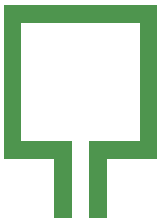
<source format=gbr>
G04 ===== Begin FILE IDENTIFICATION =====*
G04 File Format:  Gerber RS274X*
G04 ===== End FILE IDENTIFICATION =====*
%FSLAX24Y24*%
%MOIN*%
%SFA1.0000B1.0000*%
%OFA0.0B0.0*%
%ADD10C,0.000001*%
%LNcond*%
%IPPOS*%
%LPD*%
G75*
G36*
G01X0Y0D02*
G01X1677D01*
G01Y-1969D01*
G01X2264D01*
G01Y587D01*
G01X583D01*
G01Y4531D01*
G01X4531D01*
G01Y587D01*
G01X2854D01*
G01Y-1969D01*
G01X3441D01*
G01Y0D01*
G01X5118D01*
G01Y5118D01*
G01X0D01*
G01Y0D01*
G37*
M02*


</source>
